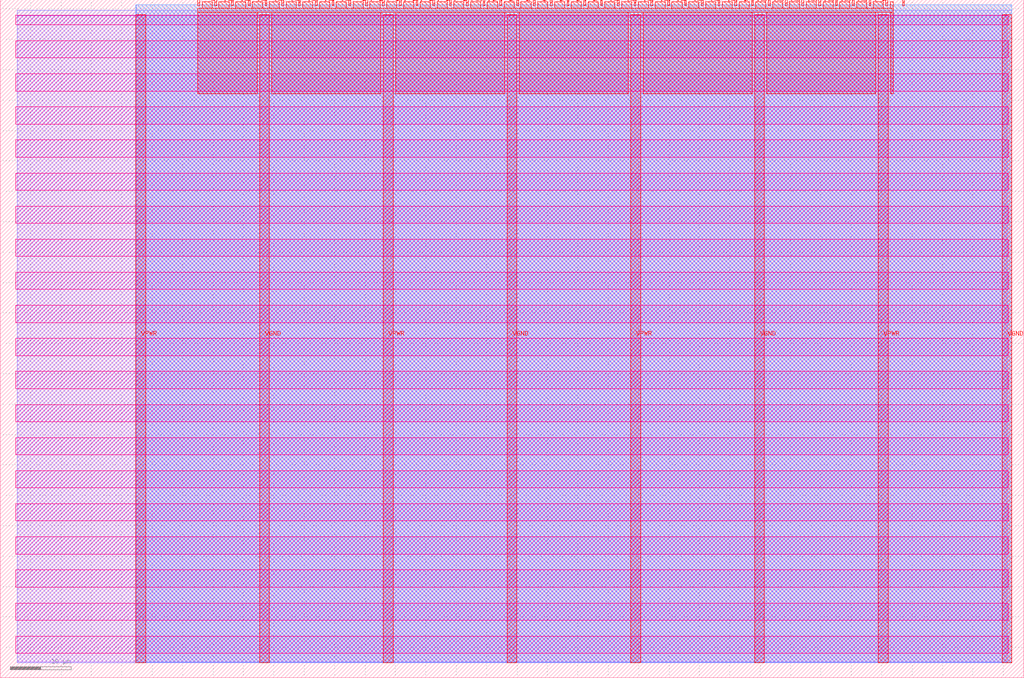
<source format=lef>
VERSION 5.7 ;
  NOWIREEXTENSIONATPIN ON ;
  DIVIDERCHAR "/" ;
  BUSBITCHARS "[]" ;
MACRO tt_um_hadirkhan10_lif_neuron_dup
  CLASS BLOCK ;
  FOREIGN tt_um_hadirkhan10_lif_neuron_dup ;
  ORIGIN 0.000 0.000 ;
  SIZE 168.360 BY 111.520 ;
  PIN VGND
    DIRECTION INOUT ;
    USE GROUND ;
    PORT
      LAYER met4 ;
        RECT 42.670 2.480 44.270 109.040 ;
    END
    PORT
      LAYER met4 ;
        RECT 83.380 2.480 84.980 109.040 ;
    END
    PORT
      LAYER met4 ;
        RECT 124.090 2.480 125.690 109.040 ;
    END
    PORT
      LAYER met4 ;
        RECT 164.800 2.480 166.400 109.040 ;
    END
  END VGND
  PIN VPWR
    DIRECTION INOUT ;
    USE POWER ;
    PORT
      LAYER met4 ;
        RECT 22.315 2.480 23.915 109.040 ;
    END
    PORT
      LAYER met4 ;
        RECT 63.025 2.480 64.625 109.040 ;
    END
    PORT
      LAYER met4 ;
        RECT 103.735 2.480 105.335 109.040 ;
    END
    PORT
      LAYER met4 ;
        RECT 144.445 2.480 146.045 109.040 ;
    END
  END VPWR
  PIN clk
    DIRECTION INPUT ;
    USE SIGNAL ;
    ANTENNAGATEAREA 0.852000 ;
    PORT
      LAYER met4 ;
        RECT 145.670 110.520 145.970 111.520 ;
    END
  END clk
  PIN ena
    DIRECTION INPUT ;
    USE SIGNAL ;
    PORT
      LAYER met4 ;
        RECT 148.430 110.520 148.730 111.520 ;
    END
  END ena
  PIN rst_n
    DIRECTION INPUT ;
    USE SIGNAL ;
    ANTENNAGATEAREA 0.213000 ;
    PORT
      LAYER met4 ;
        RECT 142.910 110.520 143.210 111.520 ;
    END
  END rst_n
  PIN ui_in[0]
    DIRECTION INPUT ;
    USE SIGNAL ;
    ANTENNAGATEAREA 0.213000 ;
    PORT
      LAYER met4 ;
        RECT 140.150 110.520 140.450 111.520 ;
    END
  END ui_in[0]
  PIN ui_in[1]
    DIRECTION INPUT ;
    USE SIGNAL ;
    ANTENNAGATEAREA 0.126000 ;
    PORT
      LAYER met4 ;
        RECT 137.390 110.520 137.690 111.520 ;
    END
  END ui_in[1]
  PIN ui_in[2]
    DIRECTION INPUT ;
    USE SIGNAL ;
    ANTENNAGATEAREA 0.213000 ;
    PORT
      LAYER met4 ;
        RECT 134.630 110.520 134.930 111.520 ;
    END
  END ui_in[2]
  PIN ui_in[3]
    DIRECTION INPUT ;
    USE SIGNAL ;
    ANTENNAGATEAREA 0.213000 ;
    PORT
      LAYER met4 ;
        RECT 131.870 110.520 132.170 111.520 ;
    END
  END ui_in[3]
  PIN ui_in[4]
    DIRECTION INPUT ;
    USE SIGNAL ;
    ANTENNAGATEAREA 0.126000 ;
    PORT
      LAYER met4 ;
        RECT 129.110 110.520 129.410 111.520 ;
    END
  END ui_in[4]
  PIN ui_in[5]
    DIRECTION INPUT ;
    USE SIGNAL ;
    ANTENNAGATEAREA 0.126000 ;
    PORT
      LAYER met4 ;
        RECT 126.350 110.520 126.650 111.520 ;
    END
  END ui_in[5]
  PIN ui_in[6]
    DIRECTION INPUT ;
    USE SIGNAL ;
    ANTENNAGATEAREA 0.213000 ;
    PORT
      LAYER met4 ;
        RECT 123.590 110.520 123.890 111.520 ;
    END
  END ui_in[6]
  PIN ui_in[7]
    DIRECTION INPUT ;
    USE SIGNAL ;
    ANTENNAGATEAREA 0.213000 ;
    PORT
      LAYER met4 ;
        RECT 120.830 110.520 121.130 111.520 ;
    END
  END ui_in[7]
  PIN uio_in[0]
    DIRECTION INPUT ;
    USE SIGNAL ;
    PORT
      LAYER met4 ;
        RECT 118.070 110.520 118.370 111.520 ;
    END
  END uio_in[0]
  PIN uio_in[1]
    DIRECTION INPUT ;
    USE SIGNAL ;
    ANTENNAGATEAREA 0.196500 ;
    PORT
      LAYER met4 ;
        RECT 115.310 110.520 115.610 111.520 ;
    END
  END uio_in[1]
  PIN uio_in[2]
    DIRECTION INPUT ;
    USE SIGNAL ;
    ANTENNAGATEAREA 0.196500 ;
    PORT
      LAYER met4 ;
        RECT 112.550 110.520 112.850 111.520 ;
    END
  END uio_in[2]
  PIN uio_in[3]
    DIRECTION INPUT ;
    USE SIGNAL ;
    ANTENNAGATEAREA 0.196500 ;
    PORT
      LAYER met4 ;
        RECT 109.790 110.520 110.090 111.520 ;
    END
  END uio_in[3]
  PIN uio_in[4]
    DIRECTION INPUT ;
    USE SIGNAL ;
    ANTENNAGATEAREA 0.196500 ;
    PORT
      LAYER met4 ;
        RECT 107.030 110.520 107.330 111.520 ;
    END
  END uio_in[4]
  PIN uio_in[5]
    DIRECTION INPUT ;
    USE SIGNAL ;
    ANTENNAGATEAREA 0.196500 ;
    PORT
      LAYER met4 ;
        RECT 104.270 110.520 104.570 111.520 ;
    END
  END uio_in[5]
  PIN uio_in[6]
    DIRECTION INPUT ;
    USE SIGNAL ;
    ANTENNAGATEAREA 0.196500 ;
    PORT
      LAYER met4 ;
        RECT 101.510 110.520 101.810 111.520 ;
    END
  END uio_in[6]
  PIN uio_in[7]
    DIRECTION INPUT ;
    USE SIGNAL ;
    ANTENNAGATEAREA 0.196500 ;
    PORT
      LAYER met4 ;
        RECT 98.750 110.520 99.050 111.520 ;
    END
  END uio_in[7]
  PIN uio_oe[0]
    DIRECTION OUTPUT TRISTATE ;
    USE SIGNAL ;
    PORT
      LAYER met4 ;
        RECT 51.830 110.520 52.130 111.520 ;
    END
  END uio_oe[0]
  PIN uio_oe[1]
    DIRECTION OUTPUT TRISTATE ;
    USE SIGNAL ;
    PORT
      LAYER met4 ;
        RECT 49.070 110.520 49.370 111.520 ;
    END
  END uio_oe[1]
  PIN uio_oe[2]
    DIRECTION OUTPUT TRISTATE ;
    USE SIGNAL ;
    PORT
      LAYER met4 ;
        RECT 46.310 110.520 46.610 111.520 ;
    END
  END uio_oe[2]
  PIN uio_oe[3]
    DIRECTION OUTPUT TRISTATE ;
    USE SIGNAL ;
    PORT
      LAYER met4 ;
        RECT 43.550 110.520 43.850 111.520 ;
    END
  END uio_oe[3]
  PIN uio_oe[4]
    DIRECTION OUTPUT TRISTATE ;
    USE SIGNAL ;
    PORT
      LAYER met4 ;
        RECT 40.790 110.520 41.090 111.520 ;
    END
  END uio_oe[4]
  PIN uio_oe[5]
    DIRECTION OUTPUT TRISTATE ;
    USE SIGNAL ;
    PORT
      LAYER met4 ;
        RECT 38.030 110.520 38.330 111.520 ;
    END
  END uio_oe[5]
  PIN uio_oe[6]
    DIRECTION OUTPUT TRISTATE ;
    USE SIGNAL ;
    PORT
      LAYER met4 ;
        RECT 35.270 110.520 35.570 111.520 ;
    END
  END uio_oe[6]
  PIN uio_oe[7]
    DIRECTION OUTPUT TRISTATE ;
    USE SIGNAL ;
    PORT
      LAYER met4 ;
        RECT 32.510 110.520 32.810 111.520 ;
    END
  END uio_oe[7]
  PIN uio_out[0]
    DIRECTION OUTPUT TRISTATE ;
    USE SIGNAL ;
    ANTENNADIFFAREA 0.445500 ;
    PORT
      LAYER met4 ;
        RECT 73.910 110.520 74.210 111.520 ;
    END
  END uio_out[0]
  PIN uio_out[1]
    DIRECTION OUTPUT TRISTATE ;
    USE SIGNAL ;
    PORT
      LAYER met4 ;
        RECT 71.150 110.520 71.450 111.520 ;
    END
  END uio_out[1]
  PIN uio_out[2]
    DIRECTION OUTPUT TRISTATE ;
    USE SIGNAL ;
    PORT
      LAYER met4 ;
        RECT 68.390 110.520 68.690 111.520 ;
    END
  END uio_out[2]
  PIN uio_out[3]
    DIRECTION OUTPUT TRISTATE ;
    USE SIGNAL ;
    PORT
      LAYER met4 ;
        RECT 65.630 110.520 65.930 111.520 ;
    END
  END uio_out[3]
  PIN uio_out[4]
    DIRECTION OUTPUT TRISTATE ;
    USE SIGNAL ;
    PORT
      LAYER met4 ;
        RECT 62.870 110.520 63.170 111.520 ;
    END
  END uio_out[4]
  PIN uio_out[5]
    DIRECTION OUTPUT TRISTATE ;
    USE SIGNAL ;
    PORT
      LAYER met4 ;
        RECT 60.110 110.520 60.410 111.520 ;
    END
  END uio_out[5]
  PIN uio_out[6]
    DIRECTION OUTPUT TRISTATE ;
    USE SIGNAL ;
    PORT
      LAYER met4 ;
        RECT 57.350 110.520 57.650 111.520 ;
    END
  END uio_out[6]
  PIN uio_out[7]
    DIRECTION OUTPUT TRISTATE ;
    USE SIGNAL ;
    PORT
      LAYER met4 ;
        RECT 54.590 110.520 54.890 111.520 ;
    END
  END uio_out[7]
  PIN uo_out[0]
    DIRECTION OUTPUT TRISTATE ;
    USE SIGNAL ;
    ANTENNAGATEAREA 0.499500 ;
    ANTENNADIFFAREA 0.891000 ;
    PORT
      LAYER met4 ;
        RECT 95.990 110.520 96.290 111.520 ;
    END
  END uo_out[0]
  PIN uo_out[1]
    DIRECTION OUTPUT TRISTATE ;
    USE SIGNAL ;
    ANTENNAGATEAREA 0.873000 ;
    ANTENNADIFFAREA 0.891000 ;
    PORT
      LAYER met4 ;
        RECT 93.230 110.520 93.530 111.520 ;
    END
  END uo_out[1]
  PIN uo_out[2]
    DIRECTION OUTPUT TRISTATE ;
    USE SIGNAL ;
    ANTENNAGATEAREA 0.999000 ;
    ANTENNADIFFAREA 0.891000 ;
    PORT
      LAYER met4 ;
        RECT 90.470 110.520 90.770 111.520 ;
    END
  END uo_out[2]
  PIN uo_out[3]
    DIRECTION OUTPUT TRISTATE ;
    USE SIGNAL ;
    ANTENNAGATEAREA 0.999000 ;
    ANTENNADIFFAREA 0.891000 ;
    PORT
      LAYER met4 ;
        RECT 87.710 110.520 88.010 111.520 ;
    END
  END uo_out[3]
  PIN uo_out[4]
    DIRECTION OUTPUT TRISTATE ;
    USE SIGNAL ;
    ANTENNAGATEAREA 0.873000 ;
    ANTENNADIFFAREA 0.891000 ;
    PORT
      LAYER met4 ;
        RECT 84.950 110.520 85.250 111.520 ;
    END
  END uo_out[4]
  PIN uo_out[5]
    DIRECTION OUTPUT TRISTATE ;
    USE SIGNAL ;
    ANTENNAGATEAREA 0.873000 ;
    ANTENNADIFFAREA 0.891000 ;
    PORT
      LAYER met4 ;
        RECT 82.190 110.520 82.490 111.520 ;
    END
  END uo_out[5]
  PIN uo_out[6]
    DIRECTION OUTPUT TRISTATE ;
    USE SIGNAL ;
    ANTENNAGATEAREA 1.116000 ;
    ANTENNADIFFAREA 0.891000 ;
    PORT
      LAYER met4 ;
        RECT 79.430 110.520 79.730 111.520 ;
    END
  END uo_out[6]
  PIN uo_out[7]
    DIRECTION OUTPUT TRISTATE ;
    USE SIGNAL ;
    ANTENNAGATEAREA 0.868500 ;
    ANTENNADIFFAREA 0.891000 ;
    PORT
      LAYER met4 ;
        RECT 76.670 110.520 76.970 111.520 ;
    END
  END uo_out[7]
  OBS
      LAYER nwell ;
        RECT 2.570 107.385 165.790 108.990 ;
        RECT 2.570 101.945 165.790 104.775 ;
        RECT 2.570 96.505 165.790 99.335 ;
        RECT 2.570 91.065 165.790 93.895 ;
        RECT 2.570 85.625 165.790 88.455 ;
        RECT 2.570 80.185 165.790 83.015 ;
        RECT 2.570 74.745 165.790 77.575 ;
        RECT 2.570 69.305 165.790 72.135 ;
        RECT 2.570 63.865 165.790 66.695 ;
        RECT 2.570 58.425 165.790 61.255 ;
        RECT 2.570 52.985 165.790 55.815 ;
        RECT 2.570 47.545 165.790 50.375 ;
        RECT 2.570 42.105 165.790 44.935 ;
        RECT 2.570 36.665 165.790 39.495 ;
        RECT 2.570 31.225 165.790 34.055 ;
        RECT 2.570 25.785 165.790 28.615 ;
        RECT 2.570 20.345 165.790 23.175 ;
        RECT 2.570 14.905 165.790 17.735 ;
        RECT 2.570 9.465 165.790 12.295 ;
        RECT 2.570 4.025 165.790 6.855 ;
      LAYER li1 ;
        RECT 2.760 2.635 165.600 108.885 ;
      LAYER met1 ;
        RECT 2.760 2.480 166.400 109.780 ;
      LAYER met2 ;
        RECT 22.345 2.535 166.370 110.685 ;
      LAYER met3 ;
        RECT 22.325 2.555 166.390 110.665 ;
      LAYER met4 ;
        RECT 33.210 110.120 34.870 111.170 ;
        RECT 35.970 110.120 37.630 111.170 ;
        RECT 38.730 110.120 40.390 111.170 ;
        RECT 41.490 110.120 43.150 111.170 ;
        RECT 44.250 110.120 45.910 111.170 ;
        RECT 47.010 110.120 48.670 111.170 ;
        RECT 49.770 110.120 51.430 111.170 ;
        RECT 52.530 110.120 54.190 111.170 ;
        RECT 55.290 110.120 56.950 111.170 ;
        RECT 58.050 110.120 59.710 111.170 ;
        RECT 60.810 110.120 62.470 111.170 ;
        RECT 63.570 110.120 65.230 111.170 ;
        RECT 66.330 110.120 67.990 111.170 ;
        RECT 69.090 110.120 70.750 111.170 ;
        RECT 71.850 110.120 73.510 111.170 ;
        RECT 74.610 110.120 76.270 111.170 ;
        RECT 77.370 110.120 79.030 111.170 ;
        RECT 80.130 110.120 81.790 111.170 ;
        RECT 82.890 110.120 84.550 111.170 ;
        RECT 85.650 110.120 87.310 111.170 ;
        RECT 88.410 110.120 90.070 111.170 ;
        RECT 91.170 110.120 92.830 111.170 ;
        RECT 93.930 110.120 95.590 111.170 ;
        RECT 96.690 110.120 98.350 111.170 ;
        RECT 99.450 110.120 101.110 111.170 ;
        RECT 102.210 110.120 103.870 111.170 ;
        RECT 104.970 110.120 106.630 111.170 ;
        RECT 107.730 110.120 109.390 111.170 ;
        RECT 110.490 110.120 112.150 111.170 ;
        RECT 113.250 110.120 114.910 111.170 ;
        RECT 116.010 110.120 117.670 111.170 ;
        RECT 118.770 110.120 120.430 111.170 ;
        RECT 121.530 110.120 123.190 111.170 ;
        RECT 124.290 110.120 125.950 111.170 ;
        RECT 127.050 110.120 128.710 111.170 ;
        RECT 129.810 110.120 131.470 111.170 ;
        RECT 132.570 110.120 134.230 111.170 ;
        RECT 135.330 110.120 136.990 111.170 ;
        RECT 138.090 110.120 139.750 111.170 ;
        RECT 140.850 110.120 142.510 111.170 ;
        RECT 143.610 110.120 145.270 111.170 ;
        RECT 146.370 110.120 146.905 111.170 ;
        RECT 32.495 109.440 146.905 110.120 ;
        RECT 32.495 96.055 42.270 109.440 ;
        RECT 44.670 96.055 62.625 109.440 ;
        RECT 65.025 96.055 82.980 109.440 ;
        RECT 85.380 96.055 103.335 109.440 ;
        RECT 105.735 96.055 123.690 109.440 ;
        RECT 126.090 96.055 144.045 109.440 ;
        RECT 146.445 96.055 146.905 109.440 ;
  END
END tt_um_hadirkhan10_lif_neuron_dup
END LIBRARY


</source>
